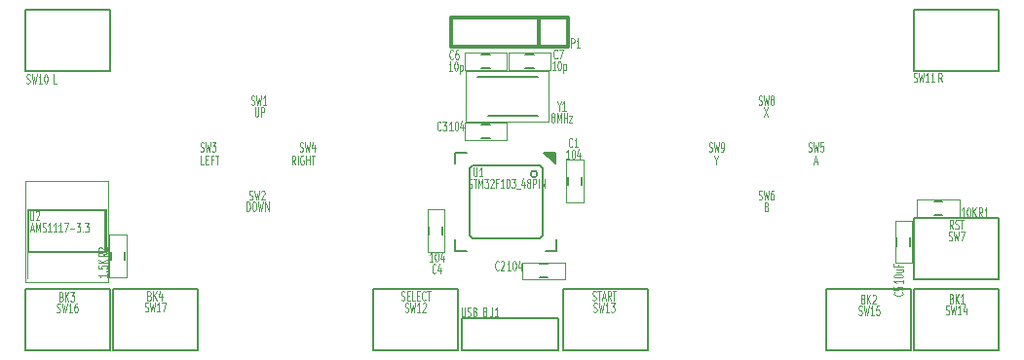
<source format=gto>
G04 (created by PCBNEW (22-Jun-2014 BZR 4027)-stable) date Thu 03 May 2018 06:01:57 PM CST*
%MOIN*%
G04 Gerber Fmt 3.4, Leading zero omitted, Abs format*
%FSLAX34Y34*%
G01*
G70*
G90*
G04 APERTURE LIST*
%ADD10C,0.00393701*%
%ADD11C,0.00472441*%
%ADD12C,0.0019685*%
%ADD13C,0.00590551*%
%ADD14C,0.012*%
%ADD15C,0.0059*%
%ADD16C,0.005*%
%ADD17C,0.00492126*%
G04 APERTURE END LIST*
G54D10*
G54D11*
X126872Y-99502D02*
X126376Y-99502D01*
X124187Y-99502D02*
X124683Y-99502D01*
G54D12*
X124112Y-98521D02*
X124112Y-101986D01*
X126947Y-98521D02*
X124112Y-98521D01*
X126947Y-101986D02*
X126947Y-98521D01*
X124112Y-101986D02*
X126947Y-101986D01*
G54D13*
X124211Y-100982D02*
X126848Y-100982D01*
G54D11*
X126872Y-100982D02*
X126872Y-99502D01*
G54D13*
X124211Y-100982D02*
X124211Y-99525D01*
G54D11*
X124187Y-101868D02*
X124187Y-99502D01*
G54D13*
X126848Y-100982D02*
X126848Y-99525D01*
X124211Y-99525D02*
X126848Y-99525D01*
G54D12*
X156068Y-99769D02*
X154611Y-99769D01*
X156068Y-99178D02*
X154611Y-99178D01*
X156068Y-99769D02*
X156068Y-99178D01*
X154611Y-99769D02*
X154611Y-99178D01*
G54D13*
X155477Y-99710D02*
X155202Y-99710D01*
X155202Y-99237D02*
X155477Y-99237D01*
G54D12*
X142027Y-96510D02*
X142027Y-94777D01*
X139192Y-96510D02*
X142027Y-96510D01*
X139192Y-94777D02*
X139192Y-96510D01*
X142027Y-94777D02*
X139192Y-94777D01*
G54D13*
X141633Y-96313D02*
X139940Y-96313D01*
X139566Y-94974D02*
X141633Y-94974D01*
G54D12*
X142088Y-94739D02*
X140631Y-94739D01*
X142088Y-94148D02*
X140631Y-94148D01*
X142088Y-94739D02*
X142088Y-94148D01*
X140631Y-94739D02*
X140631Y-94148D01*
G54D13*
X141497Y-94680D02*
X141222Y-94680D01*
X141222Y-94207D02*
X141497Y-94207D01*
G54D12*
X139131Y-94148D02*
X140588Y-94148D01*
X139131Y-94739D02*
X140588Y-94739D01*
X139131Y-94148D02*
X139131Y-94739D01*
X140588Y-94148D02*
X140588Y-94739D01*
G54D13*
X139722Y-94207D02*
X139997Y-94207D01*
X139997Y-94680D02*
X139722Y-94680D01*
G54D12*
X154455Y-99885D02*
X154455Y-101342D01*
X153864Y-99885D02*
X153864Y-101342D01*
X154455Y-99885D02*
X153864Y-99885D01*
X154455Y-101342D02*
X153864Y-101342D01*
G54D13*
X154396Y-100476D02*
X154396Y-100751D01*
X153923Y-100751D02*
X153923Y-100476D01*
G54D12*
X137864Y-100972D02*
X137864Y-99515D01*
X138455Y-100972D02*
X138455Y-99515D01*
X137864Y-100972D02*
X138455Y-100972D01*
X137864Y-99515D02*
X138455Y-99515D01*
G54D13*
X137923Y-100381D02*
X137923Y-100106D01*
X138396Y-100106D02*
X138396Y-100381D01*
G54D12*
X139133Y-96540D02*
X140590Y-96540D01*
X139133Y-97131D02*
X140590Y-97131D01*
X139133Y-96540D02*
X139133Y-97131D01*
X140590Y-96540D02*
X140590Y-97131D01*
G54D13*
X139724Y-96599D02*
X139999Y-96599D01*
X139999Y-97072D02*
X139724Y-97072D01*
G54D12*
X142570Y-101909D02*
X141113Y-101909D01*
X142570Y-101318D02*
X141113Y-101318D01*
X142570Y-101909D02*
X142570Y-101318D01*
X141113Y-101909D02*
X141113Y-101318D01*
G54D13*
X141979Y-101850D02*
X141704Y-101850D01*
X141704Y-101377D02*
X141979Y-101377D01*
G54D12*
X143205Y-97817D02*
X143205Y-99274D01*
X142614Y-97817D02*
X142614Y-99274D01*
X143205Y-97817D02*
X142614Y-97817D01*
X143205Y-99274D02*
X142614Y-99274D01*
G54D13*
X143146Y-98408D02*
X143146Y-98683D01*
X142673Y-98683D02*
X142673Y-98408D01*
X154510Y-99804D02*
X157410Y-99804D01*
X157410Y-99804D02*
X157410Y-101904D01*
X157410Y-101904D02*
X154510Y-101904D01*
X154510Y-101904D02*
X154510Y-99804D01*
X124110Y-92664D02*
X127010Y-92664D01*
X127010Y-92664D02*
X127010Y-94764D01*
X127010Y-94764D02*
X124110Y-94764D01*
X124110Y-94764D02*
X124110Y-92664D01*
X154510Y-92664D02*
X157410Y-92664D01*
X157410Y-92664D02*
X157410Y-94764D01*
X157410Y-94764D02*
X154510Y-94764D01*
X154510Y-94764D02*
X154510Y-92664D01*
X136010Y-102244D02*
X138910Y-102244D01*
X138910Y-102244D02*
X138910Y-104344D01*
X138910Y-104344D02*
X136010Y-104344D01*
X136010Y-104344D02*
X136010Y-102244D01*
X142510Y-102244D02*
X145410Y-102244D01*
X145410Y-102244D02*
X145410Y-104344D01*
X145410Y-104344D02*
X142510Y-104344D01*
X142510Y-104344D02*
X142510Y-102244D01*
X154510Y-102244D02*
X157410Y-102244D01*
X157410Y-102244D02*
X157410Y-104344D01*
X157410Y-104344D02*
X154510Y-104344D01*
X154510Y-104344D02*
X154510Y-102244D01*
X151510Y-102244D02*
X154410Y-102244D01*
X154410Y-102244D02*
X154410Y-104344D01*
X154410Y-104344D02*
X151510Y-104344D01*
X151510Y-104344D02*
X151510Y-102244D01*
X124110Y-102244D02*
X127010Y-102244D01*
X127010Y-102244D02*
X127010Y-104344D01*
X127010Y-104344D02*
X124110Y-104344D01*
X124110Y-104344D02*
X124110Y-102244D01*
X127110Y-102244D02*
X130010Y-102244D01*
X130010Y-102244D02*
X130010Y-104344D01*
X130010Y-104344D02*
X127110Y-104344D01*
X127110Y-104344D02*
X127110Y-102244D01*
X139060Y-103244D02*
X142360Y-103244D01*
X142360Y-103244D02*
X142360Y-104344D01*
X142360Y-104344D02*
X139060Y-104344D01*
X139060Y-104344D02*
X139060Y-103244D01*
G54D14*
X142680Y-93934D02*
X142680Y-93934D01*
X142680Y-92934D02*
X142680Y-93934D01*
X142680Y-93934D02*
X142680Y-93934D01*
X142680Y-93934D02*
X138680Y-93934D01*
X138680Y-93934D02*
X138680Y-92934D01*
X138680Y-92934D02*
X142680Y-92934D01*
X141680Y-92934D02*
X141680Y-93934D01*
G54D13*
X141662Y-97984D02*
X141701Y-97984D01*
X141701Y-97984D02*
X141819Y-98102D01*
X141819Y-98102D02*
X141819Y-100385D01*
X141819Y-100385D02*
X141701Y-100503D01*
X141701Y-100503D02*
X139418Y-100503D01*
X139418Y-100503D02*
X139300Y-100385D01*
X139300Y-100385D02*
X139300Y-98102D01*
X139300Y-98102D02*
X139418Y-97984D01*
X139418Y-97984D02*
X141662Y-97984D01*
G54D15*
X142252Y-97630D02*
X142173Y-97551D01*
X142095Y-97551D02*
X142252Y-97708D01*
X142252Y-97787D02*
X142016Y-97551D01*
X141937Y-97551D02*
X142252Y-97866D01*
X141858Y-97551D02*
X142252Y-97551D01*
X142252Y-97551D02*
X142252Y-97945D01*
X142252Y-97945D02*
X141858Y-97551D01*
X138827Y-97945D02*
X138827Y-97551D01*
X138827Y-97551D02*
X139221Y-97551D01*
X139221Y-100936D02*
X138827Y-100936D01*
X138827Y-100936D02*
X138827Y-100542D01*
X142292Y-100542D02*
X142292Y-100936D01*
X142292Y-100936D02*
X141898Y-100936D01*
G54D16*
X141621Y-98294D02*
G75*
G03X141621Y-98294I-111J0D01*
G74*
G01*
G54D12*
X126974Y-101832D02*
X126974Y-100375D01*
X127565Y-101832D02*
X127565Y-100375D01*
X126974Y-101832D02*
X127565Y-101832D01*
X126974Y-100375D02*
X127565Y-100375D01*
G54D13*
X127033Y-101241D02*
X127033Y-100966D01*
X127506Y-100966D02*
X127506Y-101241D01*
G54D17*
X124280Y-99566D02*
X124280Y-99821D01*
X124289Y-99851D01*
X124298Y-99866D01*
X124317Y-99881D01*
X124355Y-99881D01*
X124373Y-99866D01*
X124383Y-99851D01*
X124392Y-99821D01*
X124392Y-99566D01*
X124476Y-99596D02*
X124486Y-99581D01*
X124504Y-99566D01*
X124551Y-99566D01*
X124570Y-99581D01*
X124579Y-99596D01*
X124589Y-99626D01*
X124589Y-99656D01*
X124579Y-99701D01*
X124467Y-99881D01*
X124589Y-99881D01*
X124305Y-100191D02*
X124399Y-100191D01*
X124287Y-100281D02*
X124352Y-99966D01*
X124418Y-100281D01*
X124483Y-100281D02*
X124483Y-99966D01*
X124549Y-100191D01*
X124615Y-99966D01*
X124615Y-100281D01*
X124699Y-100266D02*
X124727Y-100281D01*
X124774Y-100281D01*
X124793Y-100266D01*
X124802Y-100251D01*
X124811Y-100221D01*
X124811Y-100191D01*
X124802Y-100161D01*
X124793Y-100146D01*
X124774Y-100131D01*
X124736Y-100116D01*
X124718Y-100101D01*
X124708Y-100086D01*
X124699Y-100056D01*
X124699Y-100026D01*
X124708Y-99996D01*
X124718Y-99981D01*
X124736Y-99966D01*
X124783Y-99966D01*
X124811Y-99981D01*
X124999Y-100281D02*
X124886Y-100281D01*
X124943Y-100281D02*
X124943Y-99966D01*
X124924Y-100011D01*
X124905Y-100041D01*
X124886Y-100056D01*
X125186Y-100281D02*
X125074Y-100281D01*
X125130Y-100281D02*
X125130Y-99966D01*
X125111Y-100011D01*
X125093Y-100041D01*
X125074Y-100056D01*
X125374Y-100281D02*
X125261Y-100281D01*
X125318Y-100281D02*
X125318Y-99966D01*
X125299Y-100011D01*
X125280Y-100041D01*
X125261Y-100056D01*
X125439Y-99966D02*
X125571Y-99966D01*
X125486Y-100281D01*
X125646Y-100161D02*
X125796Y-100161D01*
X125871Y-99966D02*
X125993Y-99966D01*
X125927Y-100086D01*
X125955Y-100086D01*
X125974Y-100101D01*
X125983Y-100116D01*
X125993Y-100146D01*
X125993Y-100221D01*
X125983Y-100251D01*
X125974Y-100266D01*
X125955Y-100281D01*
X125899Y-100281D01*
X125880Y-100266D01*
X125871Y-100251D01*
X126077Y-100251D02*
X126086Y-100266D01*
X126077Y-100281D01*
X126068Y-100266D01*
X126077Y-100251D01*
X126077Y-100281D01*
X126152Y-99966D02*
X126274Y-99966D01*
X126208Y-100086D01*
X126236Y-100086D01*
X126255Y-100101D01*
X126264Y-100116D01*
X126274Y-100146D01*
X126274Y-100221D01*
X126264Y-100251D01*
X126255Y-100266D01*
X126236Y-100281D01*
X126180Y-100281D01*
X126161Y-100266D01*
X126152Y-100251D01*
X156857Y-99751D02*
X156791Y-99601D01*
X156744Y-99751D02*
X156744Y-99436D01*
X156819Y-99436D01*
X156838Y-99451D01*
X156847Y-99466D01*
X156857Y-99496D01*
X156857Y-99541D01*
X156847Y-99571D01*
X156838Y-99586D01*
X156819Y-99601D01*
X156744Y-99601D01*
X157044Y-99751D02*
X156932Y-99751D01*
X156988Y-99751D02*
X156988Y-99436D01*
X156969Y-99481D01*
X156950Y-99511D01*
X156932Y-99526D01*
X156254Y-99751D02*
X156141Y-99751D01*
X156197Y-99751D02*
X156197Y-99436D01*
X156179Y-99481D01*
X156160Y-99511D01*
X156141Y-99526D01*
X156375Y-99436D02*
X156394Y-99436D01*
X156413Y-99451D01*
X156422Y-99466D01*
X156432Y-99496D01*
X156441Y-99556D01*
X156441Y-99631D01*
X156432Y-99691D01*
X156422Y-99721D01*
X156413Y-99736D01*
X156394Y-99751D01*
X156375Y-99751D01*
X156357Y-99736D01*
X156347Y-99721D01*
X156338Y-99691D01*
X156329Y-99631D01*
X156329Y-99556D01*
X156338Y-99496D01*
X156347Y-99466D01*
X156357Y-99451D01*
X156375Y-99436D01*
X156525Y-99751D02*
X156525Y-99436D01*
X156638Y-99751D02*
X156554Y-99571D01*
X156638Y-99436D02*
X156525Y-99616D01*
X131837Y-95906D02*
X131865Y-95921D01*
X131912Y-95921D01*
X131931Y-95906D01*
X131940Y-95891D01*
X131950Y-95861D01*
X131950Y-95831D01*
X131940Y-95801D01*
X131931Y-95786D01*
X131912Y-95771D01*
X131875Y-95756D01*
X131856Y-95741D01*
X131846Y-95726D01*
X131837Y-95696D01*
X131837Y-95666D01*
X131846Y-95636D01*
X131856Y-95621D01*
X131875Y-95606D01*
X131921Y-95606D01*
X131950Y-95621D01*
X132015Y-95606D02*
X132062Y-95921D01*
X132100Y-95696D01*
X132137Y-95921D01*
X132184Y-95606D01*
X132362Y-95921D02*
X132249Y-95921D01*
X132306Y-95921D02*
X132306Y-95606D01*
X132287Y-95651D01*
X132268Y-95681D01*
X132249Y-95696D01*
X131965Y-96006D02*
X131965Y-96261D01*
X131974Y-96291D01*
X131984Y-96306D01*
X132002Y-96321D01*
X132040Y-96321D01*
X132059Y-96306D01*
X132068Y-96291D01*
X132077Y-96261D01*
X132077Y-96006D01*
X132171Y-96321D02*
X132171Y-96006D01*
X132246Y-96006D01*
X132265Y-96021D01*
X132274Y-96036D01*
X132284Y-96066D01*
X132284Y-96111D01*
X132274Y-96141D01*
X132265Y-96156D01*
X132246Y-96171D01*
X132171Y-96171D01*
X149197Y-95906D02*
X149225Y-95921D01*
X149272Y-95921D01*
X149291Y-95906D01*
X149300Y-95891D01*
X149310Y-95861D01*
X149310Y-95831D01*
X149300Y-95801D01*
X149291Y-95786D01*
X149272Y-95771D01*
X149235Y-95756D01*
X149216Y-95741D01*
X149206Y-95726D01*
X149197Y-95696D01*
X149197Y-95666D01*
X149206Y-95636D01*
X149216Y-95621D01*
X149235Y-95606D01*
X149281Y-95606D01*
X149310Y-95621D01*
X149375Y-95606D02*
X149422Y-95921D01*
X149460Y-95696D01*
X149497Y-95921D01*
X149544Y-95606D01*
X149647Y-95741D02*
X149628Y-95726D01*
X149619Y-95711D01*
X149609Y-95681D01*
X149609Y-95666D01*
X149619Y-95636D01*
X149628Y-95621D01*
X149647Y-95606D01*
X149684Y-95606D01*
X149703Y-95621D01*
X149713Y-95636D01*
X149722Y-95666D01*
X149722Y-95681D01*
X149713Y-95711D01*
X149703Y-95726D01*
X149684Y-95741D01*
X149647Y-95741D01*
X149628Y-95756D01*
X149619Y-95771D01*
X149609Y-95801D01*
X149609Y-95861D01*
X149619Y-95891D01*
X149628Y-95906D01*
X149647Y-95921D01*
X149684Y-95921D01*
X149703Y-95906D01*
X149713Y-95891D01*
X149722Y-95861D01*
X149722Y-95801D01*
X149713Y-95771D01*
X149703Y-95756D01*
X149684Y-95741D01*
X149394Y-96006D02*
X149525Y-96321D01*
X149525Y-96006D02*
X149394Y-96321D01*
X149197Y-99156D02*
X149225Y-99171D01*
X149272Y-99171D01*
X149291Y-99156D01*
X149300Y-99141D01*
X149310Y-99111D01*
X149310Y-99081D01*
X149300Y-99051D01*
X149291Y-99036D01*
X149272Y-99021D01*
X149235Y-99006D01*
X149216Y-98991D01*
X149206Y-98976D01*
X149197Y-98946D01*
X149197Y-98916D01*
X149206Y-98886D01*
X149216Y-98871D01*
X149235Y-98856D01*
X149281Y-98856D01*
X149310Y-98871D01*
X149375Y-98856D02*
X149422Y-99171D01*
X149460Y-98946D01*
X149497Y-99171D01*
X149544Y-98856D01*
X149703Y-98856D02*
X149666Y-98856D01*
X149647Y-98871D01*
X149638Y-98886D01*
X149619Y-98931D01*
X149609Y-98991D01*
X149609Y-99111D01*
X149619Y-99141D01*
X149628Y-99156D01*
X149647Y-99171D01*
X149684Y-99171D01*
X149703Y-99156D01*
X149713Y-99141D01*
X149722Y-99111D01*
X149722Y-99036D01*
X149713Y-99006D01*
X149703Y-98991D01*
X149684Y-98976D01*
X149647Y-98976D01*
X149628Y-98991D01*
X149619Y-99006D01*
X149609Y-99036D01*
X149474Y-99406D02*
X149502Y-99421D01*
X149511Y-99436D01*
X149520Y-99466D01*
X149520Y-99511D01*
X149511Y-99541D01*
X149502Y-99556D01*
X149483Y-99571D01*
X149408Y-99571D01*
X149408Y-99256D01*
X149474Y-99256D01*
X149492Y-99271D01*
X149502Y-99286D01*
X149511Y-99316D01*
X149511Y-99346D01*
X149502Y-99376D01*
X149492Y-99391D01*
X149474Y-99406D01*
X149408Y-99406D01*
X131777Y-99166D02*
X131805Y-99181D01*
X131852Y-99181D01*
X131871Y-99166D01*
X131880Y-99151D01*
X131890Y-99121D01*
X131890Y-99091D01*
X131880Y-99061D01*
X131871Y-99046D01*
X131852Y-99031D01*
X131815Y-99016D01*
X131796Y-99001D01*
X131786Y-98986D01*
X131777Y-98956D01*
X131777Y-98926D01*
X131786Y-98896D01*
X131796Y-98881D01*
X131815Y-98866D01*
X131861Y-98866D01*
X131890Y-98881D01*
X131955Y-98866D02*
X132002Y-99181D01*
X132040Y-98956D01*
X132077Y-99181D01*
X132124Y-98866D01*
X132189Y-98896D02*
X132199Y-98881D01*
X132218Y-98866D01*
X132264Y-98866D01*
X132283Y-98881D01*
X132293Y-98896D01*
X132302Y-98926D01*
X132302Y-98956D01*
X132293Y-99001D01*
X132180Y-99181D01*
X132302Y-99181D01*
X131689Y-99561D02*
X131689Y-99246D01*
X131736Y-99246D01*
X131764Y-99261D01*
X131783Y-99291D01*
X131792Y-99321D01*
X131802Y-99381D01*
X131802Y-99426D01*
X131792Y-99486D01*
X131783Y-99516D01*
X131764Y-99546D01*
X131736Y-99561D01*
X131689Y-99561D01*
X131924Y-99246D02*
X131961Y-99246D01*
X131980Y-99261D01*
X131999Y-99291D01*
X132008Y-99351D01*
X132008Y-99456D01*
X131999Y-99516D01*
X131980Y-99546D01*
X131961Y-99561D01*
X131924Y-99561D01*
X131905Y-99546D01*
X131886Y-99516D01*
X131877Y-99456D01*
X131877Y-99351D01*
X131886Y-99291D01*
X131905Y-99261D01*
X131924Y-99246D01*
X132074Y-99246D02*
X132120Y-99561D01*
X132158Y-99336D01*
X132195Y-99561D01*
X132242Y-99246D01*
X132317Y-99561D02*
X132317Y-99246D01*
X132430Y-99561D01*
X132430Y-99246D01*
X150897Y-97506D02*
X150925Y-97521D01*
X150972Y-97521D01*
X150991Y-97506D01*
X151000Y-97491D01*
X151010Y-97461D01*
X151010Y-97431D01*
X151000Y-97401D01*
X150991Y-97386D01*
X150972Y-97371D01*
X150935Y-97356D01*
X150916Y-97341D01*
X150906Y-97326D01*
X150897Y-97296D01*
X150897Y-97266D01*
X150906Y-97236D01*
X150916Y-97221D01*
X150935Y-97206D01*
X150981Y-97206D01*
X151010Y-97221D01*
X151075Y-97206D02*
X151122Y-97521D01*
X151160Y-97296D01*
X151197Y-97521D01*
X151244Y-97206D01*
X151413Y-97206D02*
X151319Y-97206D01*
X151309Y-97356D01*
X151319Y-97341D01*
X151338Y-97326D01*
X151384Y-97326D01*
X151403Y-97341D01*
X151413Y-97356D01*
X151422Y-97386D01*
X151422Y-97461D01*
X151413Y-97491D01*
X151403Y-97506D01*
X151384Y-97521D01*
X151338Y-97521D01*
X151319Y-97506D01*
X151309Y-97491D01*
X151113Y-97881D02*
X151206Y-97881D01*
X151094Y-97971D02*
X151160Y-97656D01*
X151225Y-97971D01*
X133497Y-97506D02*
X133525Y-97521D01*
X133572Y-97521D01*
X133591Y-97506D01*
X133600Y-97491D01*
X133610Y-97461D01*
X133610Y-97431D01*
X133600Y-97401D01*
X133591Y-97386D01*
X133572Y-97371D01*
X133535Y-97356D01*
X133516Y-97341D01*
X133506Y-97326D01*
X133497Y-97296D01*
X133497Y-97266D01*
X133506Y-97236D01*
X133516Y-97221D01*
X133535Y-97206D01*
X133581Y-97206D01*
X133610Y-97221D01*
X133675Y-97206D02*
X133722Y-97521D01*
X133760Y-97296D01*
X133797Y-97521D01*
X133844Y-97206D01*
X134003Y-97311D02*
X134003Y-97521D01*
X133956Y-97191D02*
X133909Y-97416D01*
X134031Y-97416D01*
X133347Y-97971D02*
X133281Y-97821D01*
X133235Y-97971D02*
X133235Y-97656D01*
X133310Y-97656D01*
X133328Y-97671D01*
X133338Y-97686D01*
X133347Y-97716D01*
X133347Y-97761D01*
X133338Y-97791D01*
X133328Y-97806D01*
X133310Y-97821D01*
X133235Y-97821D01*
X133431Y-97971D02*
X133431Y-97656D01*
X133628Y-97671D02*
X133610Y-97656D01*
X133581Y-97656D01*
X133553Y-97671D01*
X133535Y-97701D01*
X133525Y-97731D01*
X133516Y-97791D01*
X133516Y-97836D01*
X133525Y-97896D01*
X133535Y-97926D01*
X133553Y-97956D01*
X133581Y-97971D01*
X133600Y-97971D01*
X133628Y-97956D01*
X133638Y-97941D01*
X133638Y-97836D01*
X133600Y-97836D01*
X133722Y-97971D02*
X133722Y-97656D01*
X133722Y-97806D02*
X133834Y-97806D01*
X133834Y-97971D02*
X133834Y-97656D01*
X133900Y-97656D02*
X134013Y-97656D01*
X133956Y-97971D02*
X133956Y-97656D01*
X130097Y-97506D02*
X130125Y-97521D01*
X130172Y-97521D01*
X130191Y-97506D01*
X130200Y-97491D01*
X130210Y-97461D01*
X130210Y-97431D01*
X130200Y-97401D01*
X130191Y-97386D01*
X130172Y-97371D01*
X130135Y-97356D01*
X130116Y-97341D01*
X130106Y-97326D01*
X130097Y-97296D01*
X130097Y-97266D01*
X130106Y-97236D01*
X130116Y-97221D01*
X130135Y-97206D01*
X130181Y-97206D01*
X130210Y-97221D01*
X130275Y-97206D02*
X130322Y-97521D01*
X130360Y-97296D01*
X130397Y-97521D01*
X130444Y-97206D01*
X130500Y-97206D02*
X130622Y-97206D01*
X130556Y-97326D01*
X130584Y-97326D01*
X130603Y-97341D01*
X130613Y-97356D01*
X130622Y-97386D01*
X130622Y-97461D01*
X130613Y-97491D01*
X130603Y-97506D01*
X130584Y-97521D01*
X130528Y-97521D01*
X130509Y-97506D01*
X130500Y-97491D01*
X130222Y-97971D02*
X130128Y-97971D01*
X130128Y-97656D01*
X130288Y-97806D02*
X130353Y-97806D01*
X130381Y-97971D02*
X130288Y-97971D01*
X130288Y-97656D01*
X130381Y-97656D01*
X130531Y-97806D02*
X130466Y-97806D01*
X130466Y-97971D02*
X130466Y-97656D01*
X130559Y-97656D01*
X130606Y-97656D02*
X130719Y-97656D01*
X130663Y-97971D02*
X130663Y-97656D01*
X147497Y-97506D02*
X147525Y-97521D01*
X147572Y-97521D01*
X147591Y-97506D01*
X147600Y-97491D01*
X147610Y-97461D01*
X147610Y-97431D01*
X147600Y-97401D01*
X147591Y-97386D01*
X147572Y-97371D01*
X147535Y-97356D01*
X147516Y-97341D01*
X147506Y-97326D01*
X147497Y-97296D01*
X147497Y-97266D01*
X147506Y-97236D01*
X147516Y-97221D01*
X147535Y-97206D01*
X147581Y-97206D01*
X147610Y-97221D01*
X147675Y-97206D02*
X147722Y-97521D01*
X147760Y-97296D01*
X147797Y-97521D01*
X147844Y-97206D01*
X147928Y-97521D02*
X147966Y-97521D01*
X147984Y-97506D01*
X147994Y-97491D01*
X148013Y-97446D01*
X148022Y-97386D01*
X148022Y-97266D01*
X148013Y-97236D01*
X148003Y-97221D01*
X147984Y-97206D01*
X147947Y-97206D01*
X147928Y-97221D01*
X147919Y-97236D01*
X147909Y-97266D01*
X147909Y-97341D01*
X147919Y-97371D01*
X147928Y-97386D01*
X147947Y-97401D01*
X147984Y-97401D01*
X148003Y-97386D01*
X148013Y-97371D01*
X148022Y-97341D01*
X147760Y-97821D02*
X147760Y-97971D01*
X147694Y-97656D02*
X147760Y-97821D01*
X147825Y-97656D01*
X142366Y-95971D02*
X142366Y-96121D01*
X142300Y-95806D02*
X142366Y-95971D01*
X142431Y-95806D01*
X142600Y-96121D02*
X142488Y-96121D01*
X142544Y-96121D02*
X142544Y-95806D01*
X142525Y-95851D01*
X142506Y-95881D01*
X142488Y-95896D01*
X142145Y-96341D02*
X142127Y-96326D01*
X142117Y-96311D01*
X142108Y-96281D01*
X142108Y-96266D01*
X142117Y-96236D01*
X142127Y-96221D01*
X142145Y-96206D01*
X142183Y-96206D01*
X142202Y-96221D01*
X142211Y-96236D01*
X142220Y-96266D01*
X142220Y-96281D01*
X142211Y-96311D01*
X142202Y-96326D01*
X142183Y-96341D01*
X142145Y-96341D01*
X142127Y-96356D01*
X142117Y-96371D01*
X142108Y-96401D01*
X142108Y-96461D01*
X142117Y-96491D01*
X142127Y-96506D01*
X142145Y-96521D01*
X142183Y-96521D01*
X142202Y-96506D01*
X142211Y-96491D01*
X142220Y-96461D01*
X142220Y-96401D01*
X142211Y-96371D01*
X142202Y-96356D01*
X142183Y-96341D01*
X142305Y-96521D02*
X142305Y-96206D01*
X142370Y-96431D01*
X142436Y-96206D01*
X142436Y-96521D01*
X142530Y-96521D02*
X142530Y-96206D01*
X142530Y-96356D02*
X142642Y-96356D01*
X142642Y-96521D02*
X142642Y-96206D01*
X142717Y-96311D02*
X142820Y-96311D01*
X142717Y-96521D01*
X142820Y-96521D01*
X142307Y-94311D02*
X142297Y-94326D01*
X142269Y-94341D01*
X142250Y-94341D01*
X142222Y-94326D01*
X142204Y-94296D01*
X142194Y-94266D01*
X142185Y-94206D01*
X142185Y-94161D01*
X142194Y-94101D01*
X142204Y-94071D01*
X142222Y-94041D01*
X142250Y-94026D01*
X142269Y-94026D01*
X142297Y-94041D01*
X142307Y-94056D01*
X142372Y-94026D02*
X142504Y-94026D01*
X142419Y-94341D01*
X142253Y-94741D02*
X142140Y-94741D01*
X142197Y-94741D02*
X142197Y-94426D01*
X142178Y-94471D01*
X142159Y-94501D01*
X142140Y-94516D01*
X142375Y-94426D02*
X142394Y-94426D01*
X142412Y-94441D01*
X142422Y-94456D01*
X142431Y-94486D01*
X142440Y-94546D01*
X142440Y-94621D01*
X142431Y-94681D01*
X142422Y-94711D01*
X142412Y-94726D01*
X142394Y-94741D01*
X142375Y-94741D01*
X142356Y-94726D01*
X142347Y-94711D01*
X142337Y-94681D01*
X142328Y-94621D01*
X142328Y-94546D01*
X142337Y-94486D01*
X142347Y-94456D01*
X142356Y-94441D01*
X142375Y-94426D01*
X142525Y-94531D02*
X142525Y-94846D01*
X142525Y-94546D02*
X142544Y-94531D01*
X142581Y-94531D01*
X142600Y-94546D01*
X142609Y-94561D01*
X142619Y-94591D01*
X142619Y-94681D01*
X142609Y-94711D01*
X142600Y-94726D01*
X142581Y-94741D01*
X142544Y-94741D01*
X142525Y-94726D01*
X138747Y-94331D02*
X138737Y-94346D01*
X138709Y-94361D01*
X138690Y-94361D01*
X138662Y-94346D01*
X138644Y-94316D01*
X138634Y-94286D01*
X138625Y-94226D01*
X138625Y-94181D01*
X138634Y-94121D01*
X138644Y-94091D01*
X138662Y-94061D01*
X138690Y-94046D01*
X138709Y-94046D01*
X138737Y-94061D01*
X138747Y-94076D01*
X138915Y-94046D02*
X138878Y-94046D01*
X138859Y-94061D01*
X138850Y-94076D01*
X138831Y-94121D01*
X138822Y-94181D01*
X138822Y-94301D01*
X138831Y-94331D01*
X138840Y-94346D01*
X138859Y-94361D01*
X138897Y-94361D01*
X138915Y-94346D01*
X138925Y-94331D01*
X138934Y-94301D01*
X138934Y-94226D01*
X138925Y-94196D01*
X138915Y-94181D01*
X138897Y-94166D01*
X138859Y-94166D01*
X138840Y-94181D01*
X138831Y-94196D01*
X138822Y-94226D01*
X138713Y-94761D02*
X138600Y-94761D01*
X138657Y-94761D02*
X138657Y-94446D01*
X138638Y-94491D01*
X138619Y-94521D01*
X138600Y-94536D01*
X138835Y-94446D02*
X138854Y-94446D01*
X138872Y-94461D01*
X138882Y-94476D01*
X138891Y-94506D01*
X138900Y-94566D01*
X138900Y-94641D01*
X138891Y-94701D01*
X138882Y-94731D01*
X138872Y-94746D01*
X138854Y-94761D01*
X138835Y-94761D01*
X138816Y-94746D01*
X138807Y-94731D01*
X138797Y-94701D01*
X138788Y-94641D01*
X138788Y-94566D01*
X138797Y-94506D01*
X138807Y-94476D01*
X138816Y-94461D01*
X138835Y-94446D01*
X138985Y-94551D02*
X138985Y-94866D01*
X138985Y-94566D02*
X139004Y-94551D01*
X139041Y-94551D01*
X139060Y-94566D01*
X139069Y-94581D01*
X139079Y-94611D01*
X139079Y-94701D01*
X139069Y-94731D01*
X139060Y-94746D01*
X139041Y-94761D01*
X139004Y-94761D01*
X138985Y-94746D01*
X154107Y-102346D02*
X154122Y-102356D01*
X154137Y-102384D01*
X154137Y-102403D01*
X154122Y-102431D01*
X154092Y-102449D01*
X154062Y-102459D01*
X154002Y-102468D01*
X153957Y-102468D01*
X153897Y-102459D01*
X153867Y-102449D01*
X153837Y-102431D01*
X153822Y-102403D01*
X153822Y-102384D01*
X153837Y-102356D01*
X153852Y-102346D01*
X153822Y-102168D02*
X153822Y-102262D01*
X153972Y-102271D01*
X153957Y-102262D01*
X153942Y-102243D01*
X153942Y-102196D01*
X153957Y-102178D01*
X153972Y-102168D01*
X154002Y-102159D01*
X154077Y-102159D01*
X154107Y-102168D01*
X154122Y-102178D01*
X154137Y-102196D01*
X154137Y-102243D01*
X154122Y-102262D01*
X154107Y-102271D01*
X154137Y-101924D02*
X154137Y-102037D01*
X154137Y-101981D02*
X153822Y-101981D01*
X153867Y-101999D01*
X153897Y-102018D01*
X153912Y-102037D01*
X153822Y-101803D02*
X153822Y-101784D01*
X153837Y-101765D01*
X153852Y-101756D01*
X153882Y-101746D01*
X153942Y-101737D01*
X154017Y-101737D01*
X154077Y-101746D01*
X154107Y-101756D01*
X154122Y-101765D01*
X154137Y-101784D01*
X154137Y-101803D01*
X154122Y-101821D01*
X154107Y-101831D01*
X154077Y-101840D01*
X154017Y-101849D01*
X153942Y-101849D01*
X153882Y-101840D01*
X153852Y-101831D01*
X153837Y-101821D01*
X153822Y-101803D01*
X153927Y-101568D02*
X154137Y-101568D01*
X153927Y-101653D02*
X154092Y-101653D01*
X154122Y-101643D01*
X154137Y-101624D01*
X154137Y-101596D01*
X154122Y-101578D01*
X154107Y-101568D01*
X153972Y-101409D02*
X153972Y-101474D01*
X154137Y-101474D02*
X153822Y-101474D01*
X153822Y-101381D01*
X138152Y-101666D02*
X138142Y-101681D01*
X138114Y-101696D01*
X138095Y-101696D01*
X138067Y-101681D01*
X138049Y-101651D01*
X138039Y-101621D01*
X138030Y-101561D01*
X138030Y-101516D01*
X138039Y-101456D01*
X138049Y-101426D01*
X138067Y-101396D01*
X138095Y-101381D01*
X138114Y-101381D01*
X138142Y-101396D01*
X138152Y-101411D01*
X138320Y-101486D02*
X138320Y-101696D01*
X138274Y-101366D02*
X138227Y-101591D01*
X138349Y-101591D01*
X138053Y-101296D02*
X137941Y-101296D01*
X137997Y-101296D02*
X137997Y-100981D01*
X137978Y-101026D01*
X137960Y-101056D01*
X137941Y-101071D01*
X138175Y-100981D02*
X138194Y-100981D01*
X138213Y-100996D01*
X138222Y-101011D01*
X138231Y-101041D01*
X138241Y-101101D01*
X138241Y-101176D01*
X138231Y-101236D01*
X138222Y-101266D01*
X138213Y-101281D01*
X138194Y-101296D01*
X138175Y-101296D01*
X138156Y-101281D01*
X138147Y-101266D01*
X138138Y-101236D01*
X138128Y-101176D01*
X138128Y-101101D01*
X138138Y-101041D01*
X138147Y-101011D01*
X138156Y-100996D01*
X138175Y-100981D01*
X138409Y-101086D02*
X138409Y-101296D01*
X138363Y-100966D02*
X138316Y-101191D01*
X138438Y-101191D01*
X138329Y-96783D02*
X138319Y-96798D01*
X138291Y-96813D01*
X138272Y-96813D01*
X138244Y-96798D01*
X138226Y-96768D01*
X138216Y-96738D01*
X138207Y-96678D01*
X138207Y-96633D01*
X138216Y-96573D01*
X138226Y-96543D01*
X138244Y-96513D01*
X138272Y-96498D01*
X138291Y-96498D01*
X138319Y-96513D01*
X138329Y-96528D01*
X138394Y-96498D02*
X138516Y-96498D01*
X138451Y-96618D01*
X138479Y-96618D01*
X138497Y-96633D01*
X138507Y-96648D01*
X138516Y-96678D01*
X138516Y-96753D01*
X138507Y-96783D01*
X138497Y-96798D01*
X138479Y-96813D01*
X138422Y-96813D01*
X138404Y-96798D01*
X138394Y-96783D01*
X138730Y-96813D02*
X138618Y-96813D01*
X138674Y-96813D02*
X138674Y-96498D01*
X138655Y-96543D01*
X138637Y-96573D01*
X138618Y-96588D01*
X138852Y-96498D02*
X138871Y-96498D01*
X138890Y-96513D01*
X138899Y-96528D01*
X138908Y-96558D01*
X138918Y-96618D01*
X138918Y-96693D01*
X138908Y-96753D01*
X138899Y-96783D01*
X138890Y-96798D01*
X138871Y-96813D01*
X138852Y-96813D01*
X138833Y-96798D01*
X138824Y-96783D01*
X138815Y-96753D01*
X138805Y-96693D01*
X138805Y-96618D01*
X138815Y-96558D01*
X138824Y-96528D01*
X138833Y-96513D01*
X138852Y-96498D01*
X139086Y-96603D02*
X139086Y-96813D01*
X139040Y-96483D02*
X138993Y-96708D01*
X139115Y-96708D01*
X140309Y-101561D02*
X140299Y-101576D01*
X140271Y-101591D01*
X140252Y-101591D01*
X140224Y-101576D01*
X140206Y-101546D01*
X140196Y-101516D01*
X140187Y-101456D01*
X140187Y-101411D01*
X140196Y-101351D01*
X140206Y-101321D01*
X140224Y-101291D01*
X140252Y-101276D01*
X140271Y-101276D01*
X140299Y-101291D01*
X140309Y-101306D01*
X140384Y-101306D02*
X140393Y-101291D01*
X140412Y-101276D01*
X140459Y-101276D01*
X140477Y-101291D01*
X140487Y-101306D01*
X140496Y-101336D01*
X140496Y-101366D01*
X140487Y-101411D01*
X140374Y-101591D01*
X140496Y-101591D01*
X140710Y-101591D02*
X140598Y-101591D01*
X140654Y-101591D02*
X140654Y-101276D01*
X140635Y-101321D01*
X140617Y-101351D01*
X140598Y-101366D01*
X140832Y-101276D02*
X140851Y-101276D01*
X140870Y-101291D01*
X140879Y-101306D01*
X140888Y-101336D01*
X140898Y-101396D01*
X140898Y-101471D01*
X140888Y-101531D01*
X140879Y-101561D01*
X140870Y-101576D01*
X140851Y-101591D01*
X140832Y-101591D01*
X140813Y-101576D01*
X140804Y-101561D01*
X140795Y-101531D01*
X140785Y-101471D01*
X140785Y-101396D01*
X140795Y-101336D01*
X140804Y-101306D01*
X140813Y-101291D01*
X140832Y-101276D01*
X141066Y-101381D02*
X141066Y-101591D01*
X141020Y-101261D02*
X140973Y-101486D01*
X141095Y-101486D01*
X142827Y-97343D02*
X142817Y-97358D01*
X142789Y-97373D01*
X142770Y-97373D01*
X142742Y-97358D01*
X142724Y-97328D01*
X142714Y-97298D01*
X142705Y-97238D01*
X142705Y-97193D01*
X142714Y-97133D01*
X142724Y-97103D01*
X142742Y-97073D01*
X142770Y-97058D01*
X142789Y-97058D01*
X142817Y-97073D01*
X142827Y-97088D01*
X143014Y-97373D02*
X142902Y-97373D01*
X142958Y-97373D02*
X142958Y-97058D01*
X142939Y-97103D01*
X142920Y-97133D01*
X142902Y-97148D01*
X142728Y-97773D02*
X142616Y-97773D01*
X142672Y-97773D02*
X142672Y-97458D01*
X142653Y-97503D01*
X142635Y-97533D01*
X142616Y-97548D01*
X142850Y-97458D02*
X142869Y-97458D01*
X142888Y-97473D01*
X142897Y-97488D01*
X142906Y-97518D01*
X142916Y-97578D01*
X142916Y-97653D01*
X142906Y-97713D01*
X142897Y-97743D01*
X142888Y-97758D01*
X142869Y-97773D01*
X142850Y-97773D01*
X142831Y-97758D01*
X142822Y-97743D01*
X142813Y-97713D01*
X142803Y-97653D01*
X142803Y-97578D01*
X142813Y-97518D01*
X142822Y-97488D01*
X142831Y-97473D01*
X142850Y-97458D01*
X143084Y-97563D02*
X143084Y-97773D01*
X143038Y-97443D02*
X142991Y-97668D01*
X143113Y-97668D01*
X155697Y-100566D02*
X155725Y-100581D01*
X155772Y-100581D01*
X155791Y-100566D01*
X155800Y-100551D01*
X155810Y-100521D01*
X155810Y-100491D01*
X155800Y-100461D01*
X155791Y-100446D01*
X155772Y-100431D01*
X155735Y-100416D01*
X155716Y-100401D01*
X155706Y-100386D01*
X155697Y-100356D01*
X155697Y-100326D01*
X155706Y-100296D01*
X155716Y-100281D01*
X155735Y-100266D01*
X155781Y-100266D01*
X155810Y-100281D01*
X155875Y-100266D02*
X155922Y-100581D01*
X155960Y-100356D01*
X155997Y-100581D01*
X156044Y-100266D01*
X156100Y-100266D02*
X156231Y-100266D01*
X156147Y-100581D01*
X155852Y-100181D02*
X155786Y-100031D01*
X155739Y-100181D02*
X155739Y-99866D01*
X155814Y-99866D01*
X155833Y-99881D01*
X155842Y-99896D01*
X155852Y-99926D01*
X155852Y-99971D01*
X155842Y-100001D01*
X155833Y-100016D01*
X155814Y-100031D01*
X155739Y-100031D01*
X155927Y-100166D02*
X155955Y-100181D01*
X156002Y-100181D01*
X156020Y-100166D01*
X156030Y-100151D01*
X156039Y-100121D01*
X156039Y-100091D01*
X156030Y-100061D01*
X156020Y-100046D01*
X156002Y-100031D01*
X155964Y-100016D01*
X155945Y-100001D01*
X155936Y-99986D01*
X155927Y-99956D01*
X155927Y-99926D01*
X155936Y-99896D01*
X155945Y-99881D01*
X155964Y-99866D01*
X156011Y-99866D01*
X156039Y-99881D01*
X156095Y-99866D02*
X156208Y-99866D01*
X156152Y-100181D02*
X156152Y-99866D01*
X124153Y-95176D02*
X124181Y-95191D01*
X124228Y-95191D01*
X124247Y-95176D01*
X124256Y-95161D01*
X124266Y-95131D01*
X124266Y-95101D01*
X124256Y-95071D01*
X124247Y-95056D01*
X124228Y-95041D01*
X124191Y-95026D01*
X124172Y-95011D01*
X124163Y-94996D01*
X124153Y-94966D01*
X124153Y-94936D01*
X124163Y-94906D01*
X124172Y-94891D01*
X124191Y-94876D01*
X124238Y-94876D01*
X124266Y-94891D01*
X124331Y-94876D02*
X124378Y-95191D01*
X124416Y-94966D01*
X124453Y-95191D01*
X124500Y-94876D01*
X124678Y-95191D02*
X124566Y-95191D01*
X124622Y-95191D02*
X124622Y-94876D01*
X124603Y-94921D01*
X124584Y-94951D01*
X124566Y-94966D01*
X124800Y-94876D02*
X124819Y-94876D01*
X124838Y-94891D01*
X124847Y-94906D01*
X124856Y-94936D01*
X124866Y-94996D01*
X124866Y-95071D01*
X124856Y-95131D01*
X124847Y-95161D01*
X124838Y-95176D01*
X124819Y-95191D01*
X124800Y-95191D01*
X124781Y-95176D01*
X124772Y-95161D01*
X124763Y-95131D01*
X124753Y-95071D01*
X124753Y-94996D01*
X124763Y-94936D01*
X124772Y-94906D01*
X124781Y-94891D01*
X124800Y-94876D01*
X125170Y-95191D02*
X125077Y-95191D01*
X125077Y-94876D01*
X154503Y-95126D02*
X154531Y-95141D01*
X154578Y-95141D01*
X154597Y-95126D01*
X154606Y-95111D01*
X154616Y-95081D01*
X154616Y-95051D01*
X154606Y-95021D01*
X154597Y-95006D01*
X154578Y-94991D01*
X154541Y-94976D01*
X154522Y-94961D01*
X154513Y-94946D01*
X154503Y-94916D01*
X154503Y-94886D01*
X154513Y-94856D01*
X154522Y-94841D01*
X154541Y-94826D01*
X154588Y-94826D01*
X154616Y-94841D01*
X154681Y-94826D02*
X154728Y-95141D01*
X154766Y-94916D01*
X154803Y-95141D01*
X154850Y-94826D01*
X155028Y-95141D02*
X154916Y-95141D01*
X154972Y-95141D02*
X154972Y-94826D01*
X154953Y-94871D01*
X154934Y-94901D01*
X154916Y-94916D01*
X155216Y-95141D02*
X155103Y-95141D01*
X155159Y-95141D02*
X155159Y-94826D01*
X155141Y-94871D01*
X155122Y-94901D01*
X155103Y-94916D01*
X155470Y-95141D02*
X155405Y-94991D01*
X155358Y-95141D02*
X155358Y-94826D01*
X155433Y-94826D01*
X155452Y-94841D01*
X155461Y-94856D01*
X155470Y-94886D01*
X155470Y-94931D01*
X155461Y-94961D01*
X155452Y-94976D01*
X155433Y-94991D01*
X155358Y-94991D01*
X137103Y-103006D02*
X137131Y-103021D01*
X137178Y-103021D01*
X137197Y-103006D01*
X137206Y-102991D01*
X137216Y-102961D01*
X137216Y-102931D01*
X137206Y-102901D01*
X137197Y-102886D01*
X137178Y-102871D01*
X137141Y-102856D01*
X137122Y-102841D01*
X137113Y-102826D01*
X137103Y-102796D01*
X137103Y-102766D01*
X137113Y-102736D01*
X137122Y-102721D01*
X137141Y-102706D01*
X137188Y-102706D01*
X137216Y-102721D01*
X137281Y-102706D02*
X137328Y-103021D01*
X137366Y-102796D01*
X137403Y-103021D01*
X137450Y-102706D01*
X137628Y-103021D02*
X137516Y-103021D01*
X137572Y-103021D02*
X137572Y-102706D01*
X137553Y-102751D01*
X137534Y-102781D01*
X137516Y-102796D01*
X137703Y-102736D02*
X137713Y-102721D01*
X137731Y-102706D01*
X137778Y-102706D01*
X137797Y-102721D01*
X137806Y-102736D01*
X137816Y-102766D01*
X137816Y-102796D01*
X137806Y-102841D01*
X137694Y-103021D01*
X137816Y-103021D01*
X136972Y-102606D02*
X137000Y-102621D01*
X137047Y-102621D01*
X137066Y-102606D01*
X137075Y-102591D01*
X137085Y-102561D01*
X137085Y-102531D01*
X137075Y-102501D01*
X137066Y-102486D01*
X137047Y-102471D01*
X137010Y-102456D01*
X136991Y-102441D01*
X136981Y-102426D01*
X136972Y-102396D01*
X136972Y-102366D01*
X136981Y-102336D01*
X136991Y-102321D01*
X137010Y-102306D01*
X137056Y-102306D01*
X137085Y-102321D01*
X137169Y-102456D02*
X137235Y-102456D01*
X137263Y-102621D02*
X137169Y-102621D01*
X137169Y-102306D01*
X137263Y-102306D01*
X137441Y-102621D02*
X137347Y-102621D01*
X137347Y-102306D01*
X137506Y-102456D02*
X137572Y-102456D01*
X137600Y-102621D02*
X137506Y-102621D01*
X137506Y-102306D01*
X137600Y-102306D01*
X137797Y-102591D02*
X137788Y-102606D01*
X137759Y-102621D01*
X137741Y-102621D01*
X137713Y-102606D01*
X137694Y-102576D01*
X137684Y-102546D01*
X137675Y-102486D01*
X137675Y-102441D01*
X137684Y-102381D01*
X137694Y-102351D01*
X137713Y-102321D01*
X137741Y-102306D01*
X137759Y-102306D01*
X137788Y-102321D01*
X137797Y-102336D01*
X137853Y-102306D02*
X137966Y-102306D01*
X137909Y-102621D02*
X137909Y-102306D01*
X143553Y-103006D02*
X143581Y-103021D01*
X143628Y-103021D01*
X143647Y-103006D01*
X143656Y-102991D01*
X143666Y-102961D01*
X143666Y-102931D01*
X143656Y-102901D01*
X143647Y-102886D01*
X143628Y-102871D01*
X143591Y-102856D01*
X143572Y-102841D01*
X143563Y-102826D01*
X143553Y-102796D01*
X143553Y-102766D01*
X143563Y-102736D01*
X143572Y-102721D01*
X143591Y-102706D01*
X143638Y-102706D01*
X143666Y-102721D01*
X143731Y-102706D02*
X143778Y-103021D01*
X143816Y-102796D01*
X143853Y-103021D01*
X143900Y-102706D01*
X144078Y-103021D02*
X143966Y-103021D01*
X144022Y-103021D02*
X144022Y-102706D01*
X144003Y-102751D01*
X143984Y-102781D01*
X143966Y-102796D01*
X144144Y-102706D02*
X144266Y-102706D01*
X144200Y-102826D01*
X144228Y-102826D01*
X144247Y-102841D01*
X144256Y-102856D01*
X144266Y-102886D01*
X144266Y-102961D01*
X144256Y-102991D01*
X144247Y-103006D01*
X144228Y-103021D01*
X144172Y-103021D01*
X144153Y-103006D01*
X144144Y-102991D01*
X143520Y-102606D02*
X143549Y-102621D01*
X143595Y-102621D01*
X143614Y-102606D01*
X143624Y-102591D01*
X143633Y-102561D01*
X143633Y-102531D01*
X143624Y-102501D01*
X143614Y-102486D01*
X143595Y-102471D01*
X143558Y-102456D01*
X143539Y-102441D01*
X143530Y-102426D01*
X143520Y-102396D01*
X143520Y-102366D01*
X143530Y-102336D01*
X143539Y-102321D01*
X143558Y-102306D01*
X143605Y-102306D01*
X143633Y-102321D01*
X143689Y-102306D02*
X143802Y-102306D01*
X143745Y-102621D02*
X143745Y-102306D01*
X143858Y-102531D02*
X143952Y-102531D01*
X143839Y-102621D02*
X143905Y-102306D01*
X143970Y-102621D01*
X144149Y-102621D02*
X144083Y-102471D01*
X144036Y-102621D02*
X144036Y-102306D01*
X144111Y-102306D01*
X144130Y-102321D01*
X144139Y-102336D01*
X144149Y-102366D01*
X144149Y-102411D01*
X144139Y-102441D01*
X144130Y-102456D01*
X144111Y-102471D01*
X144036Y-102471D01*
X144205Y-102306D02*
X144317Y-102306D01*
X144261Y-102621D02*
X144261Y-102306D01*
X155603Y-103086D02*
X155631Y-103101D01*
X155678Y-103101D01*
X155697Y-103086D01*
X155706Y-103071D01*
X155716Y-103041D01*
X155716Y-103011D01*
X155706Y-102981D01*
X155697Y-102966D01*
X155678Y-102951D01*
X155641Y-102936D01*
X155622Y-102921D01*
X155613Y-102906D01*
X155603Y-102876D01*
X155603Y-102846D01*
X155613Y-102816D01*
X155622Y-102801D01*
X155641Y-102786D01*
X155688Y-102786D01*
X155716Y-102801D01*
X155781Y-102786D02*
X155828Y-103101D01*
X155866Y-102876D01*
X155903Y-103101D01*
X155950Y-102786D01*
X156128Y-103101D02*
X156016Y-103101D01*
X156072Y-103101D02*
X156072Y-102786D01*
X156053Y-102831D01*
X156034Y-102861D01*
X156016Y-102876D01*
X156297Y-102891D02*
X156297Y-103101D01*
X156250Y-102771D02*
X156203Y-102996D01*
X156325Y-102996D01*
X155801Y-102556D02*
X155830Y-102571D01*
X155839Y-102586D01*
X155848Y-102616D01*
X155848Y-102661D01*
X155839Y-102691D01*
X155830Y-102706D01*
X155811Y-102721D01*
X155736Y-102721D01*
X155736Y-102406D01*
X155801Y-102406D01*
X155820Y-102421D01*
X155830Y-102436D01*
X155839Y-102466D01*
X155839Y-102496D01*
X155830Y-102526D01*
X155820Y-102541D01*
X155801Y-102556D01*
X155736Y-102556D01*
X155933Y-102721D02*
X155933Y-102406D01*
X156045Y-102721D02*
X155961Y-102541D01*
X156045Y-102406D02*
X155933Y-102586D01*
X156233Y-102721D02*
X156120Y-102721D01*
X156176Y-102721D02*
X156176Y-102406D01*
X156158Y-102451D01*
X156139Y-102481D01*
X156120Y-102496D01*
X152623Y-103106D02*
X152651Y-103121D01*
X152698Y-103121D01*
X152717Y-103106D01*
X152726Y-103091D01*
X152736Y-103061D01*
X152736Y-103031D01*
X152726Y-103001D01*
X152717Y-102986D01*
X152698Y-102971D01*
X152661Y-102956D01*
X152642Y-102941D01*
X152633Y-102926D01*
X152623Y-102896D01*
X152623Y-102866D01*
X152633Y-102836D01*
X152642Y-102821D01*
X152661Y-102806D01*
X152708Y-102806D01*
X152736Y-102821D01*
X152801Y-102806D02*
X152848Y-103121D01*
X152886Y-102896D01*
X152923Y-103121D01*
X152970Y-102806D01*
X153148Y-103121D02*
X153036Y-103121D01*
X153092Y-103121D02*
X153092Y-102806D01*
X153073Y-102851D01*
X153054Y-102881D01*
X153036Y-102896D01*
X153326Y-102806D02*
X153233Y-102806D01*
X153223Y-102956D01*
X153233Y-102941D01*
X153251Y-102926D01*
X153298Y-102926D01*
X153317Y-102941D01*
X153326Y-102956D01*
X153336Y-102986D01*
X153336Y-103061D01*
X153326Y-103091D01*
X153317Y-103106D01*
X153298Y-103121D01*
X153251Y-103121D01*
X153233Y-103106D01*
X153223Y-103091D01*
X152781Y-102576D02*
X152810Y-102591D01*
X152819Y-102606D01*
X152828Y-102636D01*
X152828Y-102681D01*
X152819Y-102711D01*
X152810Y-102726D01*
X152791Y-102741D01*
X152716Y-102741D01*
X152716Y-102426D01*
X152781Y-102426D01*
X152800Y-102441D01*
X152810Y-102456D01*
X152819Y-102486D01*
X152819Y-102516D01*
X152810Y-102546D01*
X152800Y-102561D01*
X152781Y-102576D01*
X152716Y-102576D01*
X152913Y-102741D02*
X152913Y-102426D01*
X153025Y-102741D02*
X152941Y-102561D01*
X153025Y-102426D02*
X152913Y-102606D01*
X153100Y-102456D02*
X153109Y-102441D01*
X153128Y-102426D01*
X153175Y-102426D01*
X153194Y-102441D01*
X153203Y-102456D01*
X153213Y-102486D01*
X153213Y-102516D01*
X153203Y-102561D01*
X153091Y-102741D01*
X153213Y-102741D01*
X125193Y-103026D02*
X125221Y-103041D01*
X125268Y-103041D01*
X125287Y-103026D01*
X125296Y-103011D01*
X125306Y-102981D01*
X125306Y-102951D01*
X125296Y-102921D01*
X125287Y-102906D01*
X125268Y-102891D01*
X125231Y-102876D01*
X125212Y-102861D01*
X125203Y-102846D01*
X125193Y-102816D01*
X125193Y-102786D01*
X125203Y-102756D01*
X125212Y-102741D01*
X125231Y-102726D01*
X125278Y-102726D01*
X125306Y-102741D01*
X125371Y-102726D02*
X125418Y-103041D01*
X125456Y-102816D01*
X125493Y-103041D01*
X125540Y-102726D01*
X125718Y-103041D02*
X125606Y-103041D01*
X125662Y-103041D02*
X125662Y-102726D01*
X125643Y-102771D01*
X125624Y-102801D01*
X125606Y-102816D01*
X125887Y-102726D02*
X125849Y-102726D01*
X125831Y-102741D01*
X125821Y-102756D01*
X125803Y-102801D01*
X125793Y-102861D01*
X125793Y-102981D01*
X125803Y-103011D01*
X125812Y-103026D01*
X125831Y-103041D01*
X125868Y-103041D01*
X125887Y-103026D01*
X125896Y-103011D01*
X125906Y-102981D01*
X125906Y-102906D01*
X125896Y-102876D01*
X125887Y-102861D01*
X125868Y-102846D01*
X125831Y-102846D01*
X125812Y-102861D01*
X125803Y-102876D01*
X125793Y-102906D01*
X125351Y-102496D02*
X125380Y-102511D01*
X125389Y-102526D01*
X125398Y-102556D01*
X125398Y-102601D01*
X125389Y-102631D01*
X125380Y-102646D01*
X125361Y-102661D01*
X125286Y-102661D01*
X125286Y-102346D01*
X125351Y-102346D01*
X125370Y-102361D01*
X125380Y-102376D01*
X125389Y-102406D01*
X125389Y-102436D01*
X125380Y-102466D01*
X125370Y-102481D01*
X125351Y-102496D01*
X125286Y-102496D01*
X125483Y-102661D02*
X125483Y-102346D01*
X125595Y-102661D02*
X125511Y-102481D01*
X125595Y-102346D02*
X125483Y-102526D01*
X125661Y-102346D02*
X125783Y-102346D01*
X125717Y-102466D01*
X125745Y-102466D01*
X125764Y-102481D01*
X125773Y-102496D01*
X125783Y-102526D01*
X125783Y-102601D01*
X125773Y-102631D01*
X125764Y-102646D01*
X125745Y-102661D01*
X125689Y-102661D01*
X125670Y-102646D01*
X125661Y-102631D01*
X128203Y-102986D02*
X128231Y-103001D01*
X128278Y-103001D01*
X128297Y-102986D01*
X128306Y-102971D01*
X128316Y-102941D01*
X128316Y-102911D01*
X128306Y-102881D01*
X128297Y-102866D01*
X128278Y-102851D01*
X128241Y-102836D01*
X128222Y-102821D01*
X128213Y-102806D01*
X128203Y-102776D01*
X128203Y-102746D01*
X128213Y-102716D01*
X128222Y-102701D01*
X128241Y-102686D01*
X128288Y-102686D01*
X128316Y-102701D01*
X128381Y-102686D02*
X128428Y-103001D01*
X128466Y-102776D01*
X128503Y-103001D01*
X128550Y-102686D01*
X128728Y-103001D02*
X128616Y-103001D01*
X128672Y-103001D02*
X128672Y-102686D01*
X128653Y-102731D01*
X128634Y-102761D01*
X128616Y-102776D01*
X128794Y-102686D02*
X128925Y-102686D01*
X128841Y-103001D01*
X128361Y-102456D02*
X128390Y-102471D01*
X128399Y-102486D01*
X128408Y-102516D01*
X128408Y-102561D01*
X128399Y-102591D01*
X128390Y-102606D01*
X128371Y-102621D01*
X128296Y-102621D01*
X128296Y-102306D01*
X128361Y-102306D01*
X128380Y-102321D01*
X128390Y-102336D01*
X128399Y-102366D01*
X128399Y-102396D01*
X128390Y-102426D01*
X128380Y-102441D01*
X128361Y-102456D01*
X128296Y-102456D01*
X128493Y-102621D02*
X128493Y-102306D01*
X128605Y-102621D02*
X128521Y-102441D01*
X128605Y-102306D02*
X128493Y-102486D01*
X128774Y-102411D02*
X128774Y-102621D01*
X128727Y-102291D02*
X128680Y-102516D01*
X128802Y-102516D01*
X140094Y-102856D02*
X140094Y-103081D01*
X140085Y-103126D01*
X140066Y-103156D01*
X140038Y-103171D01*
X140019Y-103171D01*
X140291Y-103171D02*
X140178Y-103171D01*
X140234Y-103171D02*
X140234Y-102856D01*
X140216Y-102901D01*
X140197Y-102931D01*
X140178Y-102946D01*
X139038Y-102856D02*
X139038Y-103111D01*
X139047Y-103141D01*
X139056Y-103156D01*
X139075Y-103171D01*
X139113Y-103171D01*
X139131Y-103156D01*
X139141Y-103141D01*
X139150Y-103111D01*
X139150Y-102856D01*
X139235Y-103156D02*
X139263Y-103171D01*
X139310Y-103171D01*
X139328Y-103156D01*
X139338Y-103141D01*
X139347Y-103111D01*
X139347Y-103081D01*
X139338Y-103051D01*
X139328Y-103036D01*
X139310Y-103021D01*
X139272Y-103006D01*
X139253Y-102991D01*
X139244Y-102976D01*
X139235Y-102946D01*
X139235Y-102916D01*
X139244Y-102886D01*
X139253Y-102871D01*
X139272Y-102856D01*
X139319Y-102856D01*
X139347Y-102871D01*
X139497Y-103006D02*
X139525Y-103021D01*
X139534Y-103036D01*
X139544Y-103066D01*
X139544Y-103111D01*
X139534Y-103141D01*
X139525Y-103156D01*
X139506Y-103171D01*
X139431Y-103171D01*
X139431Y-102856D01*
X139497Y-102856D01*
X139516Y-102871D01*
X139525Y-102886D01*
X139534Y-102916D01*
X139534Y-102946D01*
X139525Y-102976D01*
X139516Y-102991D01*
X139497Y-103006D01*
X139431Y-103006D01*
X139581Y-103201D02*
X139731Y-103201D01*
X139844Y-103006D02*
X139872Y-103021D01*
X139881Y-103036D01*
X139891Y-103066D01*
X139891Y-103111D01*
X139881Y-103141D01*
X139872Y-103156D01*
X139853Y-103171D01*
X139778Y-103171D01*
X139778Y-102856D01*
X139844Y-102856D01*
X139863Y-102871D01*
X139872Y-102886D01*
X139881Y-102916D01*
X139881Y-102946D01*
X139872Y-102976D01*
X139863Y-102991D01*
X139844Y-103006D01*
X139778Y-103006D01*
X142784Y-93961D02*
X142784Y-93646D01*
X142859Y-93646D01*
X142878Y-93661D01*
X142887Y-93676D01*
X142897Y-93706D01*
X142897Y-93751D01*
X142887Y-93781D01*
X142878Y-93796D01*
X142859Y-93811D01*
X142784Y-93811D01*
X143084Y-93961D02*
X142972Y-93961D01*
X143028Y-93961D02*
X143028Y-93646D01*
X143009Y-93691D01*
X142990Y-93721D01*
X142972Y-93736D01*
X139450Y-98064D02*
X139450Y-98319D01*
X139459Y-98349D01*
X139468Y-98364D01*
X139487Y-98379D01*
X139525Y-98379D01*
X139543Y-98364D01*
X139553Y-98349D01*
X139562Y-98319D01*
X139562Y-98064D01*
X139759Y-98379D02*
X139646Y-98379D01*
X139703Y-98379D02*
X139703Y-98064D01*
X139684Y-98109D01*
X139665Y-98139D01*
X139646Y-98154D01*
X139274Y-98756D02*
X139302Y-98771D01*
X139349Y-98771D01*
X139368Y-98756D01*
X139377Y-98741D01*
X139386Y-98711D01*
X139386Y-98681D01*
X139377Y-98651D01*
X139368Y-98636D01*
X139349Y-98621D01*
X139311Y-98606D01*
X139293Y-98591D01*
X139283Y-98576D01*
X139274Y-98546D01*
X139274Y-98516D01*
X139283Y-98486D01*
X139293Y-98471D01*
X139311Y-98456D01*
X139358Y-98456D01*
X139386Y-98471D01*
X139443Y-98456D02*
X139555Y-98456D01*
X139499Y-98771D02*
X139499Y-98456D01*
X139621Y-98771D02*
X139621Y-98456D01*
X139686Y-98681D01*
X139752Y-98456D01*
X139752Y-98771D01*
X139827Y-98456D02*
X139949Y-98456D01*
X139883Y-98576D01*
X139911Y-98576D01*
X139930Y-98591D01*
X139939Y-98606D01*
X139949Y-98636D01*
X139949Y-98711D01*
X139939Y-98741D01*
X139930Y-98756D01*
X139911Y-98771D01*
X139855Y-98771D01*
X139836Y-98756D01*
X139827Y-98741D01*
X140024Y-98486D02*
X140033Y-98471D01*
X140052Y-98456D01*
X140099Y-98456D01*
X140117Y-98471D01*
X140127Y-98486D01*
X140136Y-98516D01*
X140136Y-98546D01*
X140127Y-98591D01*
X140014Y-98771D01*
X140136Y-98771D01*
X140286Y-98606D02*
X140221Y-98606D01*
X140221Y-98771D02*
X140221Y-98456D01*
X140314Y-98456D01*
X140492Y-98771D02*
X140380Y-98771D01*
X140436Y-98771D02*
X140436Y-98456D01*
X140417Y-98501D01*
X140399Y-98531D01*
X140380Y-98546D01*
X140614Y-98456D02*
X140633Y-98456D01*
X140652Y-98471D01*
X140661Y-98486D01*
X140671Y-98516D01*
X140680Y-98576D01*
X140680Y-98651D01*
X140671Y-98711D01*
X140661Y-98741D01*
X140652Y-98756D01*
X140633Y-98771D01*
X140614Y-98771D01*
X140596Y-98756D01*
X140586Y-98741D01*
X140577Y-98711D01*
X140567Y-98651D01*
X140567Y-98576D01*
X140577Y-98516D01*
X140586Y-98486D01*
X140596Y-98471D01*
X140614Y-98456D01*
X140746Y-98456D02*
X140867Y-98456D01*
X140802Y-98576D01*
X140830Y-98576D01*
X140849Y-98591D01*
X140858Y-98606D01*
X140867Y-98636D01*
X140867Y-98711D01*
X140858Y-98741D01*
X140849Y-98756D01*
X140830Y-98771D01*
X140774Y-98771D01*
X140755Y-98756D01*
X140746Y-98741D01*
X140905Y-98801D02*
X141055Y-98801D01*
X141186Y-98561D02*
X141186Y-98771D01*
X141139Y-98441D02*
X141092Y-98666D01*
X141214Y-98666D01*
X141317Y-98591D02*
X141299Y-98576D01*
X141289Y-98561D01*
X141280Y-98531D01*
X141280Y-98516D01*
X141289Y-98486D01*
X141299Y-98471D01*
X141317Y-98456D01*
X141355Y-98456D01*
X141374Y-98471D01*
X141383Y-98486D01*
X141392Y-98516D01*
X141392Y-98531D01*
X141383Y-98561D01*
X141374Y-98576D01*
X141355Y-98591D01*
X141317Y-98591D01*
X141299Y-98606D01*
X141289Y-98621D01*
X141280Y-98651D01*
X141280Y-98711D01*
X141289Y-98741D01*
X141299Y-98756D01*
X141317Y-98771D01*
X141355Y-98771D01*
X141374Y-98756D01*
X141383Y-98741D01*
X141392Y-98711D01*
X141392Y-98651D01*
X141383Y-98621D01*
X141374Y-98606D01*
X141355Y-98591D01*
X141477Y-98771D02*
X141477Y-98456D01*
X141552Y-98456D01*
X141570Y-98471D01*
X141580Y-98486D01*
X141589Y-98516D01*
X141589Y-98561D01*
X141580Y-98591D01*
X141570Y-98606D01*
X141552Y-98621D01*
X141477Y-98621D01*
X141674Y-98771D02*
X141674Y-98456D01*
X141767Y-98771D02*
X141767Y-98456D01*
X141880Y-98771D01*
X141880Y-98456D01*
X126917Y-100996D02*
X126767Y-101062D01*
X126917Y-101109D02*
X126602Y-101109D01*
X126602Y-101034D01*
X126617Y-101015D01*
X126632Y-101006D01*
X126662Y-100996D01*
X126707Y-100996D01*
X126737Y-101006D01*
X126752Y-101015D01*
X126767Y-101034D01*
X126767Y-101109D01*
X126632Y-100921D02*
X126617Y-100912D01*
X126602Y-100893D01*
X126602Y-100846D01*
X126617Y-100828D01*
X126632Y-100818D01*
X126662Y-100809D01*
X126692Y-100809D01*
X126737Y-100818D01*
X126917Y-100931D01*
X126917Y-100809D01*
X126917Y-101706D02*
X126917Y-101819D01*
X126917Y-101763D02*
X126602Y-101763D01*
X126647Y-101781D01*
X126677Y-101800D01*
X126692Y-101819D01*
X126887Y-101622D02*
X126902Y-101613D01*
X126917Y-101622D01*
X126902Y-101631D01*
X126887Y-101622D01*
X126917Y-101622D01*
X126602Y-101434D02*
X126602Y-101528D01*
X126752Y-101538D01*
X126737Y-101528D01*
X126722Y-101509D01*
X126722Y-101463D01*
X126737Y-101444D01*
X126752Y-101434D01*
X126782Y-101425D01*
X126857Y-101425D01*
X126887Y-101434D01*
X126902Y-101444D01*
X126917Y-101463D01*
X126917Y-101509D01*
X126902Y-101528D01*
X126887Y-101538D01*
X126917Y-101341D02*
X126602Y-101341D01*
X126917Y-101228D02*
X126737Y-101313D01*
X126602Y-101228D02*
X126782Y-101341D01*
M02*

</source>
